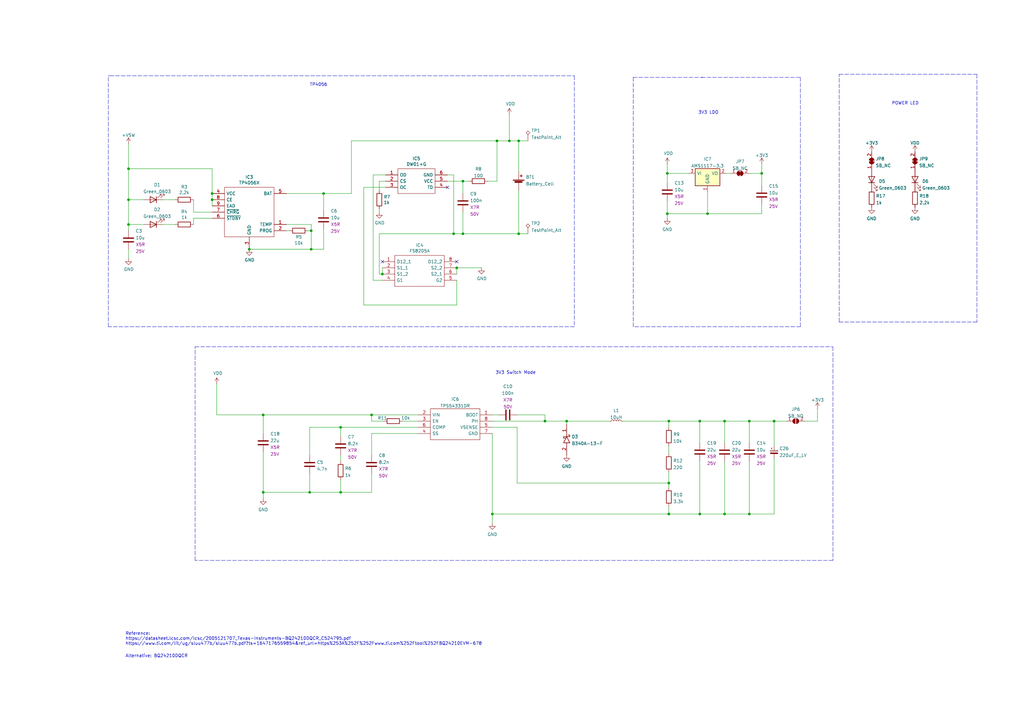
<source format=kicad_sch>
(kicad_sch (version 20211123) (generator eeschema)
  (paper "A3")
  (title_block (title "FLORA") (date "2022-06-01") (rev "B"))
  (lib_symbols
    (symbol "22u_1" (pin_numbers hide) (pin_names (offset 0.254))
      (property "Reference" "C" (at 0.635 2.54 0))
      (property "Value" "22u_1" (at 0.635 -2.54 0))
      (property "Type" "X5R" (at 5.08 2.54 0))
      (property "Voltage" "25V" (at 5.08 0 0))
      (symbol "22u_1_0_1"
        (polyline (pts (xy -2.032 -0.762) (xy 2.032 -0.762)) (stroke (width 0.508)))
        (polyline (pts (xy -2.032 0.762) (xy 2.032 0.762)) (stroke (width 0.508)))
      )
      (symbol "22u_1_1_1"
        (pin passive line (at 0 3.81 270) (length 2.794) (name "~") (number "1"))
        (pin passive line (at 0 -3.81 90) (length 2.794) (name "~") (number "2"))
      )
    )
    (symbol "22u_2" (pin_numbers hide) (pin_names (offset 0.254))
      (property "Reference" "C" (at 0.635 2.54 0))
      (property "Value" "22u_2" (at 0.635 -2.54 0))
      (property "Type" "X5R" (at 5.08 2.54 0))
      (property "Voltage" "25V" (at 5.08 0 0))
      (symbol "22u_2_0_1"
        (polyline (pts (xy -2.032 -0.762) (xy 2.032 -0.762)) (stroke (width 0.508)))
        (polyline (pts (xy -2.032 0.762) (xy 2.032 0.762)) (stroke (width 0.508)))
      )
      (symbol "22u_2_1_1"
        (pin passive line (at 0 3.81 270) (length 2.794) (name "~") (number "1"))
        (pin passive line (at 0 -3.81 90) (length 2.794) (name "~") (number "2"))
      )
    )
    (symbol "Capacitor_JLC:100n" (pin_numbers hide) (pin_names (offset 0.254))
      (property "Reference" "C" (at 3.175 3.175 0))
      (property "Value" "100n" (at 3.175 1.27 0))
      (property "Type" "X7R" (at 5.08 -3.175 0))
      (property "Voltage" "50V" (at 5.08 -1.27 0))
      (symbol "100n_0_1"
        (polyline (pts (xy -2.032 -0.762) (xy 2.032 -0.762)) (stroke (width 0.508)))
        (polyline (pts (xy -2.032 0.762) (xy 2.032 0.762)) (stroke (width 0.508)))
      )
      (symbol "100n_1_1"
        (pin passive line (at 0 3.81 270) (length 2.794) (name "~") (number "1"))
        (pin passive line (at 0 -3.81 90) (length 2.794) (name "~") (number "2"))
      )
    )
    (symbol "Capacitor_JLC:10u" (pin_numbers hide) (pin_names (offset 0.254))
      (property "Reference" "C" (at 0.635 2.54 0))
      (property "Value" "10u" (at 0.635 -2.54 0))
      (property "Type" "X5R" (at 5.08 2.54 0))
      (property "Voltage" "25V" (at 5.08 0 0))
      (symbol "10u_0_1"
        (polyline (pts (xy -2.032 -0.762) (xy 2.032 -0.762)) (stroke (width 0.508)))
        (polyline (pts (xy -2.032 0.762) (xy 2.032 0.762)) (stroke (width 0.508)))
      )
      (symbol "10u_1_1"
        (pin passive line (at 0 3.81 270) (length 2.794) (name "~") (number "1"))
        (pin passive line (at 0 -3.81 90) (length 2.794) (name "~") (number "2"))
      )
    )
    (symbol "Capacitor_JLC:220uF_E_LV" (pin_numbers hide) (pin_names (offset 0.254) hide)
      (property "Reference" "C" (at 0.254 1.778 0))
      (property "Value" "220uF_E_LV" (at 0.254 -2.032 0))
      (symbol "220uF_E_LV_0_1"
        (rectangle (start -1.524 -0.3048) (end 1.524 -0.6858) (fill (type outline)))
        (rectangle (start -1.524 0.6858) (end 1.524 0.3048))
        (polyline (pts (xy -1.27 1.524) (xy -0.762 1.524)))
        (polyline (pts (xy -1.016 1.27) (xy -1.016 1.778)))
      )
      (symbol "220uF_E_LV_1_1"
        (pin passive line (at 0 2.54 270) (length 1.8542) (name "~") (number "1"))
        (pin passive line (at 0 -2.54 90) (length 1.8542) (name "~") (number "2"))
      )
    )
    (symbol "Capacitor_JLC:22u" (pin_numbers hide) (pin_names (offset 0.254))
      (property "Reference" "C" (at 0.635 2.54 0))
      (property "Value" "22u" (at 0.635 -2.54 0))
      (property "Type" "X5R" (at 5.08 2.54 0))
      (property "Voltage" "25V" (at 5.08 0 0))
      (symbol "22u_0_1"
        (polyline (pts (xy -2.032 -0.762) (xy 2.032 -0.762)) (stroke (width 0.508)))
        (polyline (pts (xy -2.032 0.762) (xy 2.032 0.762)) (stroke (width 0.508)))
      )
      (symbol "22u_1_1"
        (pin passive line (at 0 3.81 270) (length 2.794) (name "~") (number "1"))
        (pin passive line (at 0 -3.81 90) (length 2.794) (name "~") (number "2"))
      )
    )
    (symbol "Capacitor_JLC:4.7n" (pin_numbers hide) (pin_names (offset 0.254))
      (property "Reference" "C" (at 0.635 2.54 0))
      (property "Value" "4.7n" (at 0.635 -2.54 0))
      (symbol "4.7n_0_1"
        (polyline (pts (xy -2.032 -0.762) (xy 2.032 -0.762)) (stroke (width 0.508)))
        (polyline (pts (xy -2.032 0.762) (xy 2.032 0.762)) (stroke (width 0.508)))
      )
      (symbol "4.7n_1_1"
        (pin passive line (at 0 3.81 270) (length 2.794) (name "~") (number "1"))
        (pin passive line (at 0 -3.81 90) (length 2.794) (name "~") (number "2"))
      )
    )
    (symbol "Capacitor_JLC:8.2n" (pin_numbers hide) (pin_names (offset 0.254))
      (property "Reference" "C" (at 0.635 2.54 0))
      (property "Value" "8.2n" (at 0.635 -2.54 0))
      (property "Type" "X7R" (at 5.08 2.54 0))
      (property "Voltage" "50V" (at 5.08 0 0))
      (symbol "8.2n_0_1"
        (polyline (pts (xy -2.032 -0.762) (xy 2.032 -0.762)) (stroke (width 0.508)))
        (polyline (pts (xy -2.032 0.762) (xy 2.032 0.762)) (stroke (width 0.508)))
      )
      (symbol "8.2n_1_1"
        (pin passive line (at 0 3.81 270) (length 2.794) (name "~") (number "1"))
        (pin passive line (at 0 -3.81 90) (length 2.794) (name "~") (number "2"))
      )
    )
    (symbol "Device:Battery_Cell" (pin_numbers hide) (pin_names (offset 0) hide)
      (property "Reference" "BT" (at 2.54 2.54 0))
      (property "Value" "Battery_Cell" (at 2.54 0 0))
      (symbol "Battery_Cell_0_1"
        (rectangle (start -2.286 1.778) (end 2.286 1.524) (fill (type outline)))
        (rectangle (start -1.5748 1.1938) (end 1.4732 0.6858) (fill (type outline)))
        (polyline (pts (xy 0 0.762) (xy 0 0)))
        (polyline (pts (xy 0 1.778) (xy 0 2.54)))
        (polyline (pts (xy 0.508 3.429) (xy 1.524 3.429)) (stroke (width 0.254)))
        (polyline (pts (xy 1.016 3.937) (xy 1.016 2.921)) (stroke (width 0.254)))
      )
      (symbol "Battery_Cell_1_1"
        (pin passive line (at 0 5.08 270) (length 2.54) (name "+") (number "1"))
        (pin passive line (at 0 -2.54 90) (length 2.54) (name "-") (number "2"))
      )
    )
    (symbol "Diode_JLC:B340A-13-F" (pin_names (offset 0.762))
      (property "Reference" "D" (at 11.43 5.08 0))
      (property "Value" "B340A-13-F" (at 11.43 2.54 0))
      (symbol "B340A-13-F_0_0"
        (pin passive line (at 0 0 0) (length 5.08) (name "~") (number "1"))
        (pin passive line (at 12.7 0 180) (length 5.08) (name "~") (number "2"))
      )
      (symbol "B340A-13-F_0_1"
        (polyline (pts (xy 7.62 1.27) (xy 7.62 -1.27) (xy 5.08 0) (xy 7.62 1.27)) (stroke (width 0.254)))
        (polyline (pts (xy 4.445 0.635) (xy 4.445 1.27) (xy 5.08 1.27) (xy 5.08 -1.27) (xy 5.715 -1.27) (xy 5.715 -0.635)) (stroke (width 0.254)))
      )
    )
    (symbol "Diode_JLC:Green_0603" (pin_numbers hide) (pin_names (offset 1.016) hide)
      (property "Reference" "D" (at 0 5.08 0))
      (property "Value" "Green_0603" (at 0 3.175 0))
      (symbol "Green_0603_0_1"
        (polyline (pts (xy -1.27 -1.27) (xy -1.27 1.27)) (stroke (width 0.254)))
        (polyline (pts (xy -1.27 0) (xy 1.27 0)))
        (polyline (pts (xy 1.27 -1.27) (xy 1.27 1.27) (xy -1.27 0) (xy 1.27 -1.27)) (stroke (width 0.254)))
        (polyline (pts (xy -3.048 -0.762) (xy -4.572 -2.286) (xy -3.81 -2.286) (xy -4.572 -2.286) (xy -4.572 -1.524)))
        (polyline (pts (xy -1.778 -0.762) (xy -3.302 -2.286) (xy -2.54 -2.286) (xy -3.302 -2.286) (xy -3.302 -1.524)))
      )
      (symbol "Green_0603_1_1"
        (pin passive line (at -3.81 0 0) (length 2.54) (name "K") (number "1"))
        (pin passive line (at 3.81 0 180) (length 2.54) (name "A") (number "2"))
      )
    )
    (symbol "Inductor_JLC:10uH" (pin_numbers hide) (pin_names (offset 0.254) hide)
      (property "Reference" "L" (at 0.762 1.016 0))
      (property "Value" "10uH" (at 0.762 -1.016 0))
      (symbol "10uH_0_1"
        (arc (start 0 -2.032) (mid 0.508 -1.524) (end 0 -1.016))
        (arc (start 0 -1.016) (mid 0.508 -0.508) (end 0 0))
        (arc (start 0 0) (mid 0.508 0.508) (end 0 1.016))
        (arc (start 0 1.016) (mid 0.508 1.524) (end 0 2.032))
      )
      (symbol "10uH_1_1"
        (pin passive line (at 0 2.54 270) (length 0.508) (name "~") (number "1"))
        (pin passive line (at 0 -2.54 90) (length 0.508) (name "~") (number "2"))
      )
    )
    (symbol "Power-Drivers_JLC:AMS1117-3.3" (pin_names (offset 0.762))
      (property "Reference" "IC" (at 46.99 7.62 0))
      (property "Value" "AMS1117-3.3" (at 41.91 2.54 0))
      (symbol "AMS1117-3.3_0_1"
        (rectangle (start 4.445 -0.635) (end 14.605 6.35) (stroke (width 0.254)) (fill (type background)))
      )
      (symbol "AMS1117-3.3_1_1"
        (pin power_in line (at 9.525 -3.175 90) (length 2.54) (name "GND") (number "1"))
        (pin power_out line (at 17.145 4.445 180) (length 2.54) (name "VO") (number "2"))
        (pin power_in line (at 1.905 4.445 0) (length 2.54) (name "VI") (number "3"))
      )
    )
    (symbol "Power-Drivers_JLC:DW01+G" (pin_names (offset 0.762))
      (property "Reference" "IC" (at 21.59 7.62 0))
      (property "Value" "DW01+G" (at 21.59 5.08 0))
      (symbol "DW01+G_0_0"
        (pin unspecified line (at 0 0 0) (length 5.08) (name "OD") (number "1"))
        (pin unspecified line (at 0 -2.54 0) (length 5.08) (name "CS") (number "2"))
        (pin unspecified line (at 0 -5.08 0) (length 5.08) (name "OC") (number "3"))
        (pin unspecified line (at 25.4 -5.08 180) (length 5.08) (name "TD") (number "4"))
        (pin unspecified line (at 25.4 -2.54 180) (length 5.08) (name "VCC") (number "5"))
        (pin unspecified line (at 25.4 0 180) (length 5.08) (name "GND") (number "6"))
      )
      (symbol "DW01+G_0_1"
        (polyline (pts (xy 5.08 2.54) (xy 20.32 2.54) (xy 20.32 -7.62) (xy 5.08 -7.62) (xy 5.08 2.54)) (stroke (width 0.1524)))
      )
    )
    (symbol "Power-Drivers_JLC:TP4056X" (pin_names (offset 0.762))
      (property "Reference" "IC" (at 26.67 7.62 0))
      (property "Value" "TP4056X" (at 26.67 5.08 0))
      (symbol "TP4056X_0_0"
        (pin unspecified line (at 30.48 -12.7 180) (length 5.08) (name "TEMP") (number "1"))
        (pin unspecified line (at 30.48 -15.24 180) (length 5.08) (name "PROG") (number "2"))
        (pin unspecified line (at 15.24 -22.86 90) (length 5.08) (name "GND") (number "3"))
        (pin unspecified line (at 0 0 0) (length 5.08) (name "VCC") (number "4"))
        (pin unspecified line (at 30.48 0 180) (length 5.08) (name "BAT") (number "5"))
        (pin unspecified line (at 0 -10.16 0) (length 5.08) (name "~{STDBY}") (number "6"))
        (pin unspecified line (at 0 -7.62 0) (length 5.08) (name "~{CHRG}") (number "7"))
        (pin unspecified line (at 0 -2.54 0) (length 5.08) (name "CE") (number "8"))
        (pin unspecified line (at 0 -5.08 0) (length 5.08) (name "EAD") (number "9"))
      )
      (symbol "TP4056X_0_1"
        (polyline (pts (xy 5.08 2.54) (xy 25.4 2.54) (xy 25.4 -17.78) (xy 5.08 -17.78) (xy 5.08 2.54)) (stroke (width 0.1524)))
      )
    )
    (symbol "Power-Drivers_JLC:TPS54331DR" (pin_names (offset 0.762))
      (property "Reference" "IC" (at 26.67 7.62 0))
      (property "Value" "TPS54331DR" (at 26.67 5.08 0))
      (symbol "TPS54331DR_0_0"
        (pin passive line (at 30.48 0 180) (length 5.08) (name "BOOT") (number "1"))
        (pin passive line (at 0 0 0) (length 5.08) (name "VIN") (number "2"))
        (pin passive line (at 0 -2.54 0) (length 5.08) (name "EN") (number "3"))
        (pin passive line (at 0 -7.62 0) (length 5.08) (name "SS") (number "4"))
        (pin passive line (at 30.48 -5.08 180) (length 5.08) (name "VSENSE") (number "5"))
        (pin passive line (at 0 -5.08 0) (length 5.08) (name "COMP") (number "6"))
        (pin passive line (at 30.48 -7.62 180) (length 5.08) (name "GND") (number "7"))
        (pin passive line (at 30.48 -2.54 180) (length 5.08) (name "PH") (number "8"))
      )
      (symbol "TPS54331DR_0_1"
        (polyline (pts (xy 5.08 2.54) (xy 25.4 2.54) (xy 25.4 -10.16) (xy 5.08 -10.16) (xy 5.08 2.54)) (stroke (width 0.1524)))
      )
    )
    (symbol "Resistor_JLC:100" (pin_numbers hide) (pin_names (offset 0))
      (property "Reference" "R" (at 2.032 0 90))
      (property "Value" "100" (at 0 0 90))
      (symbol "100_0_1"
        (rectangle (start -1.016 -2.54) (end 1.016 2.54) (stroke (width 0.254)))
      )
      (symbol "100_1_1"
        (pin passive line (at 0 3.81 270) (length 1.27) (name "~") (number "1"))
        (pin passive line (at 0 -3.81 90) (length 1.27) (name "~") (number "2"))
      )
    )
    (symbol "Resistor_JLC:10k" (pin_numbers hide) (pin_names (offset 0))
      (property "Reference" "R" (at 2.032 0 90))
      (property "Value" "10k" (at 0 0 90))
      (symbol "10k_0_1"
        (rectangle (start -1.016 -2.54) (end 1.016 2.54) (stroke (width 0.254)))
      )
      (symbol "10k_1_1"
        (pin passive line (at 0 3.81 270) (length 1.27) (name "~") (number "1"))
        (pin passive line (at 0 -3.81 90) (length 1.27) (name "~") (number "2"))
      )
    )
    (symbol "Resistor_JLC:1k" (pin_numbers hide) (pin_names (offset 0))
      (property "Reference" "R" (at 2.032 0 90))
      (property "Value" "1k" (at 0 0 90))
      (symbol "1k_0_1"
        (rectangle (start -1.016 -2.54) (end 1.016 2.54) (stroke (width 0.254)))
      )
      (symbol "1k_1_1"
        (pin passive line (at 0 3.81 270) (length 1.27) (name "~") (number "1"))
        (pin passive line (at 0 -3.81 90) (length 1.27) (name "~") (number "2"))
      )
    )
    (symbol "Resistor_JLC:2.2k" (pin_numbers hide) (pin_names (offset 0))
      (property "Reference" "R" (at 2.032 0 90))
      (property "Value" "2.2k" (at 0 0 90))
      (symbol "2.2k_0_1"
        (rectangle (start -1.016 -2.54) (end 1.016 2.54) (stroke (width 0.254)))
      )
      (symbol "2.2k_1_1"
        (pin passive line (at 0 3.81 270) (length 1.27) (name "~") (number "1"))
        (pin passive line (at 0 -3.81 90) (length 1.27) (name "~") (number "2"))
      )
    )
    (symbol "Resistor_JLC:220" (pin_numbers hide) (pin_names (offset 0))
      (property "Reference" "R" (at 2.032 0 90))
      (property "Value" "220" (at 0 0 90))
      (symbol "220_0_1"
        (rectangle (start -1.016 -2.54) (end 1.016 2.54) (stroke (width 0.254)))
      )
      (symbol "220_1_1"
        (pin passive line (at 0 3.81 270) (length 1.27) (name "~") (number "1"))
        (pin passive line (at 0 -3.81 90) (length 1.27) (name "~") (number "2"))
      )
    )
    (symbol "Resistor_JLC:3.3k" (pin_numbers hide) (pin_names (offset 0))
      (property "Reference" "R" (at 2.032 0 90))
      (property "Value" "3.3k" (at 0 0 90))
      (symbol "3.3k_0_1"
        (rectangle (start -1.016 -2.54) (end 1.016 2.54) (stroke (width 0.254)))
      )
      (symbol "3.3k_1_1"
        (pin passive line (at 0 3.81 270) (length 1.27) (name "~") (number "1"))
        (pin passive line (at 0 -3.81 90) (length 1.27) (name "~") (number "2"))
      )
    )
    (symbol "Transistor_JLC:FS8205A" (pin_names (offset 0.762))
      (property "Reference" "IC" (at 26.67 7.62 0))
      (property "Value" "FS8205A" (at 26.67 5.08 0))
      (property "LCSC" "C16052" (at 0 0 0))
      (symbol "FS8205A_0_0"
        (pin unspecified line (at 0 0 0) (length 5.08) (name "D12_1") (number "1"))
        (pin unspecified line (at 0 -2.54 0) (length 5.08) (name "S1_1") (number "2"))
        (pin unspecified line (at 0 -5.08 0) (length 5.08) (name "S1_2") (number "3"))
        (pin unspecified line (at 0 -7.62 0) (length 5.08) (name "G1") (number "4"))
        (pin unspecified line (at 30.48 -7.62 180) (length 5.08) (name "G2") (number "5"))
        (pin unspecified line (at 30.48 -5.08 180) (length 5.08) (name "S2_1") (number "6"))
        (pin unspecified line (at 30.48 -2.54 180) (length 5.08) (name "S2_2") (number "7"))
        (pin unspecified line (at 30.48 0 180) (length 5.08) (name "D12_2") (number "8"))
      )
      (symbol "FS8205A_0_1"
        (polyline (pts (xy 5.08 2.54) (xy 25.4 2.54) (xy 25.4 -10.16) (xy 5.08 -10.16) (xy 5.08 2.54)) (stroke (width 0.1524)))
      )
    )
    (symbol "personal:SB_NC" (pin_names (offset 0) hide)
      (property "Reference" "JP" (at 0 2.032 0))
      (property "Value" "SB_NC" (at 0 -2.54 0))
      (symbol "SB_NC_0_1"
        (rectangle (start -0.508 0.508) (end 0.508 -0.508) (fill (type outline)))
        (arc (start -0.254 1.016) (mid -1.27 0) (end -0.254 -1.016))
        (arc (start -0.254 1.016) (mid -1.27 0) (end -0.254 -1.016) (fill (type outline)))
        (polyline (pts (xy -0.254 1.016) (xy -0.254 -1.016)))
        (polyline (pts (xy 0.254 1.016) (xy 0.254 -1.016)))
        (arc (start 0.254 -1.016) (mid 1.27 0) (end 0.254 1.016))
        (arc (start 0.254 -1.016) (mid 1.27 0) (end 0.254 1.016) (fill (type outline)))
      )
      (symbol "SB_NC_1_1"
        (pin passive line (at -3.81 0 0) (length 2.54) (name "A") (number "1"))
        (pin passive line (at 3.81 0 180) (length 2.54) (name "B") (number "2"))
      )
    )
    (symbol "personal:SB_NO" (pin_names (offset 0) hide)
      (property "Reference" "JP" (at 0 2.032 0))
      (property "Value" "SB_NO" (at 0 -2.54 0))
      (symbol "SB_NO_0_1"
        (arc (start -0.254 1.016) (mid -1.27 0) (end -0.254 -1.016))
        (arc (start -0.254 1.016) (mid -1.27 0) (end -0.254 -1.016) (fill (type outline)))
        (polyline (pts (xy -0.254 1.016) (xy -0.254 -1.016)))
        (polyline (pts (xy 0.254 1.016) (xy 0.254 -1.016)))
        (arc (start 0.254 -1.016) (mid 1.27 0) (end 0.254 1.016))
        (arc (start 0.254 -1.016) (mid 1.27 0) (end 0.254 1.016) (fill (type outline)))
      )
      (symbol "SB_NO_1_1"
        (pin passive line (at -3.81 0 0) (length 2.54) (name "A") (number "1"))
        (pin passive line (at 3.81 0 180) (length 2.54) (name "B") (number "2"))
      )
    )
    (symbol "personal:TestPoint_Alt" (pin_numbers hide) (pin_names (offset 0.762) hide)
      (property "Reference" "TP" (at 0 6.858 0))
      (property "Value" "TestPoint_Alt" (at 0 5.08 0))
      (symbol "TestPoint_Alt_0_1"
        (polyline (pts (xy 0 2.54) (xy -0.762 3.302) (xy 0 4.064) (xy 0.762 3.302) (xy 0 2.54)))
      )
      (symbol "TestPoint_Alt_1_1"
        (pin passive line (at 0 0 90) (length 2.54) (name "1") (number "1"))
      )
    )
    (symbol "power:+3V3" (power) (pin_names (offset 0))
      (property "Value" "+3V3" (at 0 3.556 0))
      (symbol "+3V3_0_1"
        (polyline (pts (xy -0.762 1.27) (xy 0 2.54)))
        (polyline (pts (xy 0 0) (xy 0 2.54)))
        (polyline (pts (xy 0 2.54) (xy 0.762 1.27)))
      )
      (symbol "+3V3_1_1"
        (pin power_in line (at 0 0 90) (length 0) hide (name "+3V3") (number "1"))
      )
    )
    (symbol "power:+VSW" (power) (pin_names (offset 0))
      (property "Value" "+VSW" (at 0 3.556 0))
      (symbol "+VSW_0_1"
        (polyline (pts (xy -0.762 1.27) (xy 0 2.54)))
        (polyline (pts (xy 0 0) (xy 0 2.54)))
        (polyline (pts (xy 0 2.54) (xy 0.762 1.27)))
      )
      (symbol "+VSW_1_1"
        (pin power_in line (at 0 0 90) (length 0) hide (name "+VSW") (number "1"))
      )
    )
    (symbol "power:GND" (power) (pin_names (offset 0))
      (property "Value" "GND" (at 0 -3.81 0))
      (symbol "GND_0_1"
        (polyline (pts (xy 0 0) (xy 0 -1.27) (xy 1.27 -1.27) (xy 0 -2.54) (xy -1.27 -1.27) (xy 0 -1.27)))
      )
      (symbol "GND_1_1"
        (pin power_in line (at 0 0 270) (length 0) hide (name "GND") (number "1"))
      )
    )
    (symbol "power:VDD" (power) (pin_names (offset 0))
      (property "Value" "VDD" (at 0 3.81 0))
      (symbol "VDD_0_1"
        (polyline (pts (xy -0.762 1.27) (xy 0 2.54)))
        (polyline (pts (xy 0 0) (xy 0 2.54)))
        (polyline (pts (xy 0 2.54) (xy 0.762 1.27)))
      )
      (symbol "VDD_1_1"
        (pin power_in line (at 0 0 90) (length 0) hide (name "VDD") (number "1"))
      )
    )
  )
  (junction (at 189.865 95.885))
  (junction (at 107.95 201.93))
  (junction (at 290.195 87.63))
  (junction (at 186.055 95.885))
  (junction (at 307.34 210.82))
  (junction (at 86.995 79.375))
  (junction (at 312.42 71.12))
  (junction (at 307.34 172.72))
  (junction (at 127 201.93))
  (junction (at 139.7 201.93))
  (junction (at 127.635 102.235))
  (junction (at 212.725 57.785))
  (junction (at 274.32 172.72))
  (junction (at 287.02 210.82))
  (junction (at 156.845 112.395))
  (junction (at 152.4 170.18))
  (junction (at 189.865 74.295))
  (junction (at 273.685 87.63))
  (junction (at 274.32 210.82))
  (junction (at 52.705 81.915))
  (junction (at 132.715 79.375))
  (junction (at 223.52 172.72))
  (junction (at 187.325 109.855))
  (junction (at 317.5 172.72))
  (junction (at 274.32 198.12))
  (junction (at 127.635 94.615))
  (junction (at 212.725 95.885))
  (junction (at 232.41 172.72))
  (junction (at 297.18 210.82))
  (junction (at 208.915 57.785))
  (junction (at 102.235 102.235))
  (junction (at 107.95 170.18))
  (junction (at 201.93 210.82))
  (junction (at 297.18 172.72))
  (junction (at 86.995 81.915))
  (junction (at 287.02 172.72))
  (junction (at 203.835 57.785))
  (junction (at 273.685 71.12))
  (junction (at 52.705 92.075))
  (junction (at 139.7 175.26))
  (junction (at 52.705 69.215))
  (no_connect (at 183.515 76.835))
  (no_connect (at 187.325 107.315))
  (no_connect (at 156.845 107.315))
  (wire (pts (xy 132.715 79.375) (xy 117.475 79.375)))
  (wire (pts (xy 127 175.26) (xy 127 186.69)))
  (wire (pts (xy 127 201.93) (xy 139.7 201.93)))
  (wire (pts (xy 201.93 210.82) (xy 274.32 210.82)))
  (wire (pts (xy 127.635 102.235) (xy 102.235 102.235)))
  (wire (pts (xy 107.95 201.93) (xy 107.95 204.47)))
  (polyline (pts (xy 80.01 142.24) (xy 185.42 142.24)))
  (wire (pts (xy 287.02 181.61) (xy 287.02 172.72)))
  (wire (pts (xy 187.325 125.095) (xy 149.225 125.095)))
  (wire (pts (xy 152.4 194.31) (xy 152.4 201.93)))
  (wire (pts (xy 187.325 109.855) (xy 187.325 112.395)))
  (wire (pts (xy 307.34 71.12) (xy 312.42 71.12)))
  (wire (pts (xy 208.915 57.785) (xy 212.725 57.785)))
  (wire (pts (xy 117.475 94.615) (xy 118.745 94.615)))
  (wire (pts (xy 212.09 198.12) (xy 274.32 198.12)))
  (wire (pts (xy 273.685 71.12) (xy 273.685 74.93)))
  (wire (pts (xy 223.52 170.18) (xy 223.52 172.72)))
  (wire (pts (xy 201.93 170.18) (xy 204.47 170.18)))
  (wire (pts (xy 139.7 175.26) (xy 127 175.26)))
  (wire (pts (xy 152.4 201.93) (xy 139.7 201.93)))
  (wire (pts (xy 201.93 210.82) (xy 201.93 214.63)))
  (polyline (pts (xy 400.685 132.08) (xy 344.17 132.08)))
  (wire (pts (xy 155.575 112.395) (xy 155.575 95.885)))
  (wire (pts (xy 156.845 112.395) (xy 155.575 112.395)))
  (wire (pts (xy 297.18 172.72) (xy 297.18 181.61)))
  (wire (pts (xy 274.32 193.675) (xy 274.32 198.12)))
  (wire (pts (xy 183.515 71.755) (xy 186.055 71.755)))
  (wire (pts (xy 312.42 71.12) (xy 312.42 76.2)))
  (wire (pts (xy 273.685 87.63) (xy 273.685 89.535)))
  (polyline (pts (xy 344.17 30.48) (xy 362.585 30.48)))
  (wire (pts (xy 107.95 201.93) (xy 127 201.93)))
  (wire (pts (xy 297.18 172.72) (xy 307.34 172.72)))
  (wire (pts (xy 335.28 167.64) (xy 335.28 172.72)))
  (wire (pts (xy 52.705 92.075) (xy 52.705 94.615)))
  (wire (pts (xy 273.685 87.63) (xy 290.195 87.63)))
  (wire (pts (xy 201.93 177.8) (xy 201.93 210.82)))
  (wire (pts (xy 153.035 71.755) (xy 158.115 71.755)))
  (wire (pts (xy 307.34 172.72) (xy 317.5 172.72)))
  (wire (pts (xy 107.95 170.18) (xy 107.95 177.8)))
  (polyline (pts (xy 80.01 229.87) (xy 80.01 142.24)))
  (wire (pts (xy 287.02 210.82) (xy 297.18 210.82)))
  (wire (pts (xy 52.705 59.055) (xy 52.705 69.215)))
  (wire (pts (xy 149.225 125.095) (xy 149.225 76.835)))
  (wire (pts (xy 107.95 185.42) (xy 107.95 201.93)))
  (wire (pts (xy 200.025 74.295) (xy 203.835 74.295)))
  (wire (pts (xy 127.635 94.615) (xy 126.365 94.615)))
  (wire (pts (xy 317.5 187.96) (xy 317.5 210.82)))
  (wire (pts (xy 317.5 172.72) (xy 317.5 182.88)))
  (wire (pts (xy 273.685 82.55) (xy 273.685 87.63)))
  (wire (pts (xy 117.475 92.075) (xy 127.635 92.075)))
  (wire (pts (xy 317.5 172.72) (xy 322.58 172.72)))
  (wire (pts (xy 52.705 69.215) (xy 86.995 69.215)))
  (polyline (pts (xy 287.655 31.75) (xy 328.295 31.75)))
  (polyline (pts (xy 259.715 31.75) (xy 288.29 31.75)))
  (wire (pts (xy 52.705 69.215) (xy 52.705 81.915)))
  (wire (pts (xy 203.835 57.785) (xy 203.835 74.295)))
  (wire (pts (xy 156.845 109.855) (xy 156.845 112.395)))
  (wire (pts (xy 201.93 175.26) (xy 212.09 175.26)))
  (wire (pts (xy 212.725 57.785) (xy 216.535 57.785)))
  (polyline (pts (xy 362.585 30.48) (xy 400.685 30.48)))
  (wire (pts (xy 86.995 84.455) (xy 86.995 81.915)))
  (polyline (pts (xy 341.63 142.24) (xy 341.63 229.87)))
  (wire (pts (xy 307.34 181.61) (xy 307.34 172.72)))
  (wire (pts (xy 297.18 210.82) (xy 307.34 210.82)))
  (wire (pts (xy 171.45 177.8) (xy 152.4 177.8)))
  (wire (pts (xy 144.145 79.375) (xy 144.145 57.785)))
  (wire (pts (xy 186.055 71.755) (xy 186.055 95.885)))
  (wire (pts (xy 187.325 109.855) (xy 197.485 109.855)))
  (wire (pts (xy 88.9 170.18) (xy 107.95 170.18)))
  (wire (pts (xy 212.725 57.785) (xy 212.725 70.485)))
  (wire (pts (xy 186.055 95.885) (xy 189.865 95.885)))
  (wire (pts (xy 107.95 170.18) (xy 152.4 170.18)))
  (wire (pts (xy 189.865 95.885) (xy 212.725 95.885)))
  (wire (pts (xy 282.575 71.12) (xy 273.685 71.12)))
  (wire (pts (xy 274.32 172.72) (xy 287.02 172.72)))
  (wire (pts (xy 155.575 95.885) (xy 186.055 95.885)))
  (wire (pts (xy 139.7 196.85) (xy 139.7 201.93)))
  (polyline (pts (xy 44.45 133.985) (xy 44.45 31.115)))
  (polyline (pts (xy 45.085 31.115) (xy 235.585 31.115)))
  (wire (pts (xy 132.715 93.98) (xy 132.715 102.235)))
  (wire (pts (xy 212.725 95.885) (xy 216.535 95.885)))
  (wire (pts (xy 79.375 86.995) (xy 86.995 86.995)))
  (wire (pts (xy 127.635 94.615) (xy 127.635 102.235)))
  (wire (pts (xy 52.705 81.915) (xy 59.055 81.915)))
  (polyline (pts (xy 328.295 133.985) (xy 259.715 133.985)))
  (wire (pts (xy 127.635 102.235) (xy 132.715 102.235)))
  (wire (pts (xy 232.41 172.72) (xy 232.41 173.99)))
  (wire (pts (xy 189.865 74.295) (xy 192.405 74.295)))
  (wire (pts (xy 232.41 172.72) (xy 250.19 172.72)))
  (wire (pts (xy 212.725 78.105) (xy 212.725 95.885)))
  (wire (pts (xy 255.27 172.72) (xy 274.32 172.72)))
  (wire (pts (xy 312.42 67.31) (xy 312.42 71.12)))
  (wire (pts (xy 127 194.31) (xy 127 201.93)))
  (wire (pts (xy 52.705 81.915) (xy 52.705 92.075)))
  (wire (pts (xy 79.375 81.915) (xy 79.375 86.995)))
  (wire (pts (xy 223.52 172.72) (xy 232.41 172.72)))
  (wire (pts (xy 201.93 172.72) (xy 223.52 172.72)))
  (polyline (pts (xy 341.63 229.87) (xy 80.01 229.87)))
  (wire (pts (xy 312.42 87.63) (xy 312.42 83.82)))
  (wire (pts (xy 171.45 175.26) (xy 139.7 175.26)))
  (wire (pts (xy 52.705 102.235) (xy 52.705 106.045)))
  (wire (pts (xy 79.375 89.535) (xy 79.375 92.075)))
  (wire (pts (xy 66.675 92.075) (xy 71.755 92.075)))
  (wire (pts (xy 156.845 114.935) (xy 153.035 114.935)))
  (wire (pts (xy 290.195 78.74) (xy 290.195 87.63)))
  (wire (pts (xy 171.45 170.18) (xy 152.4 170.18)))
  (wire (pts (xy 287.02 189.23) (xy 287.02 210.82)))
  (polyline (pts (xy 328.295 31.75) (xy 328.295 133.985)))
  (wire (pts (xy 152.4 170.18) (xy 152.4 172.72)))
  (wire (pts (xy 139.7 175.26) (xy 139.7 179.07)))
  (polyline (pts (xy 259.715 133.985) (xy 259.715 31.75)))
  (wire (pts (xy 297.815 71.12) (xy 299.72 71.12)))
  (wire (pts (xy 144.145 57.785) (xy 203.835 57.785)))
  (wire (pts (xy 139.7 186.69) (xy 139.7 189.23)))
  (wire (pts (xy 297.18 189.23) (xy 297.18 210.82)))
  (wire (pts (xy 183.515 74.295) (xy 189.865 74.295)))
  (wire (pts (xy 132.715 79.375) (xy 132.715 86.36)))
  (wire (pts (xy 274.32 182.88) (xy 274.32 186.055)))
  (wire (pts (xy 208.915 46.99) (xy 208.915 57.785)))
  (wire (pts (xy 307.34 189.23) (xy 307.34 210.82)))
  (wire (pts (xy 187.325 114.935) (xy 187.325 125.095)))
  (wire (pts (xy 86.995 81.915) (xy 86.995 79.375)))
  (wire (pts (xy 158.115 74.295) (xy 155.575 74.295)))
  (wire (pts (xy 165.1 172.72) (xy 171.45 172.72)))
  (wire (pts (xy 273.685 67.31) (xy 273.685 71.12)))
  (wire (pts (xy 212.09 175.26) (xy 212.09 198.12)))
  (polyline (pts (xy 185.42 142.24) (xy 341.63 142.24)))
  (wire (pts (xy 152.4 172.72) (xy 157.48 172.72)))
  (wire (pts (xy 274.32 210.82) (xy 287.02 210.82)))
  (wire (pts (xy 212.09 170.18) (xy 223.52 170.18)))
  (polyline (pts (xy 235.585 133.985) (xy 44.45 133.985)))
  (polyline (pts (xy 344.17 132.08) (xy 344.17 30.48)))
  (polyline (pts (xy 235.585 31.115) (xy 235.585 133.985)))
  (wire (pts (xy 203.835 57.785) (xy 208.915 57.785)))
  (wire (pts (xy 287.02 172.72) (xy 297.18 172.72)))
  (wire (pts (xy 274.32 198.12) (xy 274.32 200.025)))
  (wire (pts (xy 149.225 76.835) (xy 158.115 76.835)))
  (polyline (pts (xy 400.685 30.48) (xy 400.685 132.08)))
  (wire (pts (xy 86.995 69.215) (xy 86.995 79.375)))
  (wire (pts (xy 317.5 210.82) (xy 307.34 210.82)))
  (wire (pts (xy 127.635 92.075) (xy 127.635 94.615)))
  (wire (pts (xy 274.32 207.645) (xy 274.32 210.82)))
  (wire (pts (xy 189.865 74.295) (xy 189.865 79.375)))
  (polyline (pts (xy 44.45 31.115) (xy 45.085 31.115)))
  (wire (pts (xy 71.755 81.915) (xy 66.675 81.915)))
  (wire (pts (xy 52.705 92.075) (xy 59.055 92.075)))
  (wire (pts (xy 189.865 86.995) (xy 189.865 95.885)))
  (wire (pts (xy 155.575 74.295) (xy 155.575 78.105)))
  (wire (pts (xy 153.035 114.935) (xy 153.035 71.755)))
  (wire (pts (xy 155.575 85.725) (xy 155.575 86.995)))
  (wire (pts (xy 152.4 177.8) (xy 152.4 186.69)))
  (wire (pts (xy 132.715 79.375) (xy 144.145 79.375)))
  (wire (pts (xy 274.32 172.72) (xy 274.32 175.26)))
  (wire (pts (xy 290.195 87.63) (xy 312.42 87.63)))
  (wire (pts (xy 88.9 157.48) (xy 88.9 170.18)))
  (wire (pts (xy 335.28 172.72) (xy 330.2 172.72)))
  (wire (pts (xy 86.995 89.535) (xy 79.375 89.535)))
  (text "3V3 Switch Mode" (at 203.2 153.67 0) (effects (font (size 1.27 1.27)) (justify left bottom)))
  (text "Reference:\nhttps://datasheet.lcsc.com/lcsc/2005121707_Texas-Instruments-BQ24210DQCR_C524795.pdf\nhttps://www.ti.com/lit/ug/sluu477b/sluu477b.pdf?ts=1647176559854&ref_url=https%253A%252F%252Fwww.ti.com%252Ftool%252FBQ24210EVM-678" (at 51.435 264.795 0) (effects (font (size 1.27 1.27)) (justify left bottom)))
  (text "POWER LED" (at 365.76 43.18 0) (effects (font (size 1.27 1.27)) (justify left bottom)))
  (text "TP4056" (at 127 35.56 0) (effects (font (size 1.27 1.27)) (justify left bottom)))
  (text "Alternative: BQ24210DQCR" (at 51.435 269.875 0) (effects (font (size 1.27 1.27)) (justify left bottom)))
  (text "3V3 LDO" (at 286.385 46.99 0) (effects (font (size 1.27 1.27)) (justify left bottom)))
  (symbol (lib_id "Resistor_JLC:10k") (at 274.32 179.07 0) (unit 1)
    (property "Reference" "R9" (at 276.098 178.1615 0) (effects (justify left)))
    (property "Value" "10k" (at 276.098 180.9366 0) (effects (justify left)))
    (property "Footprint" "Resistor_SMD:R_0402_1005Metric" (effects hide))
    (property "LCSC" "C25744" (effects hide))
  )
  (symbol (lib_id "Power-Drivers_JLC:TP4056X") (at 86.995 79.375 0) (unit 1)
    (property "Reference" "IC3" (at 102.235 72.644 0))
    (property "Value" "TP4056X" (at 102.235 74.9554 0))
    (property "Footprint" "SOIC127P600X175-9N" (effects hide))
    (property "Datasheet" "https://datasheet.lcsc.com/szlcsc/Nanjing-Extension-Microelectronics-TP4056X_C191323.pdf" (effects hide))
    (property "Description" "PMIC - Battery Management SOP-8_EP_150mil RoHS" (effects hide))
    (property "Height" "1.75" (effects hide))
    (property "Manufacturer_Name" "Nanjing Extension Microelectronics" (effects hide))
    (property "Manufacturer_Part_Number" "TP4056X" (effects hide))
    (property "LCSC" "C16581" (effects hide))
  )
  (symbol (lib_id "Resistor_JLC:1k") (at 139.7 193.04 0) (unit 1)
    (property "Reference" "R6" (at 141.478 192.1315 0) (effects (justify left)))
    (property "Value" "1k" (at 141.478 194.9066 0) (effects (justify left)))
    (property "Footprint" "Resistor_SMD:R_0402_1005Metric" (effects hide))
    (property "LCSC" "C11702" (effects hide))
  )
  (symbol (lib_id "Diode_JLC:B340A-13-F") (at 232.41 173.99 270) (unit 1)
    (property "Reference" "D3" (at 234.442 179.114 90) (effects (justify left)))
    (property "Value" "B340A-13-F" (at 234.442 181.8891 90) (effects (justify left)))
    (property "Footprint" "DIOM5226X240N" (effects hide))
    (property "Datasheet" "https://datasheet.datasheetarchive.com/originals/distributors/Datasheets-305/73551.pdf" (effects hide))
    (property "Description" "Schottky Diode 3A 40V 0.5Vf SMA Diodes Inc B340A-13-F, SMT Schottky Diode, 40V 3A, 2-Pin DO-214AC" (effects hide))
    (property "Height" "2.4" (effects hide))
    (property "Manufacturer_Name" "Diodes Inc." (effects hide))
    (property "Manufacturer_Part_Number" "B340A-13-F" (effects hide))
    (property "Mouser Part Number" "621-B340A-F" (effects hide))
    (property "Mouser Price/Stock" "https://www.mouser.co.uk/ProductDetail/Diodes-Incorporated/B340A-13-F?qs=aLaTXeBcTP9fj%2FYKVo6Q1A%3D%3D" (effects hide))
    (property "Arrow Part Number" "B340A-13-F" (effects hide))
    (property "Arrow Price/Stock" "https://www.arrow.com/en/products/b340a-13-f/diodes-incorporated?region=nac" (effects hide))
    (property "LCSC" "C64982" (effects hide))
  )
  (symbol (lib_id "Power-Drivers_JLC:AMS1117-3.3") (at 280.67 75.565 0) (unit 1)
    (property "Reference" "IC7" (at 290.195 65.2485 0))
    (property "Value" "AMS1117-3.3" (at 290.195 68.0236 0))
    (property "Footprint" "Package_TO_SOT_SMD:SOT-223-3_TabPin2" (effects hide))
    (property "Datasheet" "http://www.advanced-monolithic.com/pdf/ds1117.pdf" (effects hide))
    (property "Description" "1A LOW DROPOUT VOLTAGE REGULATOR, SOT-223" (effects hide))
    (property "Height" "1.8" (effects hide))
    (property "Manufacturer_Name" "Advanced Monolithic Systems" (effects hide))
    (property "Manufacturer_Part_Number" "AMS1117-3.3" (effects hide))
    (property "LCSC" "C6186" (effects hide))
  )
  (symbol (lib_id "Capacitor_JLC:4.7n") (at 127 190.5 0) (unit 1)
    (property "Reference" "C5" (at 129.921 189.5915 0) (effects (justify left)))
    (property "Value" "4.7n" (at 129.921 192.3666 0) (effects (justify left)))
    (property "Footprint" "Capacitor_SMD:C_0402_1005Metric" (effects hide))
    (property "Type" "C0G" (effects hide))
    (property "LCSC" "C1538" (effects hide))
    (property "Rating" "50V" (effects hide))
  )
  (symbol (lib_id "Diode_JLC:Green_0603") (at 62.865 81.915 180) (unit 1)
    (property "Reference" "D1" (at 64.4525 75.7895 0))
    (property "Value" "Green_0603" (at 64.4525 78.5646 0))
    (property "Footprint" "LED_SMD:LED_0603_1608Metric" (effects hide))
    (property "Datasheet" "https://datasheet.lcsc.com/lcsc/1811101510_Everlight-Elec-19-217-GHC-YR1S2-3T_C72043.pdf" (effects hide))
    (property "LCSC" "C72043" (effects hide))
  )
  (symbol (lib_id "Resistor_JLC:220") (at 274.32 189.865 0) (unit 1)
    (property "Reference" "R12" (at 276.098 188.9565 0) (effects (justify left)))
    (property "Value" "220" (at 276.098 191.7316 0) (effects (justify left)))
    (property "Footprint" "Resistor_SMD:R_0402_1005Metric" (effects hide))
    (property "LCSC" "C25091" (effects hide))
  )
  (symbol (lib_id "Capacitor_JLC:8.2n") (at 152.4 190.5 0) (unit 1)
    (property "Reference" "C8" (at 155.321 186.8164 0) (effects (justify left)))
    (property "Value" "8.2n" (at 155.321 189.5915 0) (effects (justify left)))
    (property "Footprint" "Capacitor_SMD:C_0402_1005Metric" (effects hide))
    (property "Type" "X7R" (at 155.321 192.3666 0) (effects (justify left)))
    (property "LCSC" "C107032" (effects hide))
    (property "Voltage" "50V" (at 155.321 195.1417 0) (effects (justify left)))
  )
  (symbol (lib_id "Power-Drivers_JLC:TPS54331DR") (at 171.45 170.18 0) (unit 1)
    (property "Reference" "IC6" (at 186.69 163.7243 0))
    (property "Value" "TPS54331DR" (at 186.69 166.4994 0))
    (property "Footprint" "SOIC127P600X175-8N" (effects hide))
    (property "Datasheet" "http://www.ti.com/lit/gpn/tps54331" (effects hide))
    (property "Description" "Texas Instruments TPS54331DR, Step Down DC-DC Converter, 3A, Adjustable, 0.8  25 V, 8-Pin SOIC" (effects hide))
    (property "Height" "1.75" (effects hide))
    (property "Manufacturer_Name" "Texas Instruments" (effects hide))
    (property "Manufacturer_Part_Number" "TPS54331DR" (effects hide))
    (property "Mouser Part Number" "595-TPS54331DR" (effects hide))
    (property "Mouser Price/Stock" "https://www.mouser.co.uk/ProductDetail/Texas-Instruments/TPS54331DR?qs=QyYHynRG50rsSYcB%2Ftz4Yw%3D%3D" (effects hide))
    (property "Arrow Part Number" "TPS54331DR" (effects hide))
    (property "Arrow Price/Stock" "https://www.arrow.com/en/products/tps54331dr/texas-instruments" (effects hide))
    (property "LSCS" "C9865" (effects hide))
  )
  (symbol (lib_name "22u_1") (lib_id "Capacitor_JLC:22u") (at 287.02 185.42 0) (unit 1)
    (property "Reference" "C19" (at 289.941 181.7364 0) (effects (justify left)))
    (property "Value" "22u" (at 289.941 184.5115 0) (effects (justify left)))
    (property "Footprint" "Capacitor_SMD:C_0805_2012Metric" (effects hide))
    (property "Type" "X5R" (at 289.941 187.2866 0) (effects (justify left)))
    (property "LCSC" "C602037" (effects hide))
    (property "Voltage" "25V" (at 289.941 190.0617 0) (effects (justify left)))
  )
  (symbol (lib_id "Capacitor_JLC:10u") (at 273.685 78.74 0) (unit 1)
    (property "Reference" "C13" (at 276.606 75.0564 0) (effects (justify left)))
    (property "Value" "10u" (at 276.606 77.8315 0) (effects (justify left)))
    (property "Footprint" "Capacitor_SMD:C_0805_2012Metric" (effects hide))
    (property "Type" "X5R" (at 276.606 80.6066 0) (effects (justify left)))
    (property "LCSC" "C15850" (effects hide))
    (property "Voltage" "25V" (at 276.606 83.3817 0) (effects (justify left)))
  )
  (symbol (lib_id "Resistor_JLC:2.2k") (at 375.285 81.28 0) (unit 1)
    (property "Reference" "R18" (at 377.063 80.3715 0) (effects (justify left)))
    (property "Value" "2.2k" (at 377.063 83.1466 0) (effects (justify left)))
    (property "Footprint" "Resistor_SMD:R_0402_1005Metric" (effects hide))
    (property "LCSC" "C25879" (effects hide))
  )
  (symbol (lib_id "Capacitor_JLC:100n") (at 208.28 170.18 90) (unit 1)
    (property "Reference" "C10" (at 208.28 158.5043 90))
    (property "Value" "100n" (at 208.28 161.2794 90))
    (property "Footprint" "Capacitor_SMD:C_0402_1005Metric" (effects hide))
    (property "Type" "X7R" (at 208.28 164.0545 90))
    (property "LCSC" "C307331" (effects hide))
    (property "Voltage" "50V" (at 208.28 166.8296 90))
  )
  (symbol (lib_id "personal:TestPoint_Alt") (at 216.535 57.785 0) (unit 1)
    (property "Reference" "TP1" (at 217.932 53.5745 0) (effects (justify left)))
    (property "Value" "TestPoint_Alt" (at 217.932 56.3496 0) (effects (justify left)))
    (property "Footprint" "TestPoint:TestPoint_Pad_1.0x1.0mm" (effects hide))
  )
  (symbol (lib_id "power:+3V3") (at 335.28 167.64 0) (unit 1)
    (property "Reference" "#PWR0109" (effects hide))
    (property "Value" "+3V3" (at 335.28 164.0355 0))
  )
  (symbol (lib_id "Resistor_JLC:10k") (at 122.555 94.615 270) (unit 1)
    (property "Reference" "R5" (at 122.555 97.155 90))
    (property "Value" "10k" (at 122.555 99.695 90))
    (property "Footprint" "Resistor_SMD:R_0402_1005Metric" (effects hide))
    (property "LCSC" "C25744" (effects hide))
  )
  (symbol (lib_id "Resistor_JLC:3.3k") (at 274.32 203.835 0) (unit 1)
    (property "Reference" "R10" (at 276.098 202.9265 0) (effects (justify left)))
    (property "Value" "3.3k" (at 276.098 205.7016 0) (effects (justify left)))
    (property "Footprint" "Resistor_SMD:R_0402_1005Metric" (effects hide))
    (property "LCSC" "C25890" (effects hide))
  )
  (symbol (lib_id "Capacitor_JLC:220uF_E_LV") (at 317.5 185.42 0) (unit 1)
    (property "Reference" "C26" (at 319.659 183.9654 0) (effects (justify left)))
    (property "Value" "220uF_E_LV" (at 319.659 186.7405 0) (effects (justify left)))
    (property "Footprint" "Capacitor_SMD:CP_Elec_6.3x5.4" (effects hide))
    (property "Datasheet" "https://datasheet.lcsc.com/lcsc/2105211834_Honor-Elec-RVT1A221M0605_C3345.pdf" (effects hide))
    (property "LCSC" "C3345" (effects hide))
    (property "Rating" "10V" (effects hide))
  )
  (symbol (lib_id "power:GND") (at 52.705 106.045 0) (unit 1)
    (property "Reference" "#PWR0112" (effects hide))
    (property "Value" "GND" (at 52.832 110.4392 0))
  )
  (symbol (lib_name "22u_2") (lib_id "Capacitor_JLC:22u") (at 297.18 185.42 0) (unit 1)
    (property "Reference" "C20" (at 300.101 181.7364 0) (effects (justify left)))
    (property "Value" "22u" (at 300.101 184.5115 0) (effects (justify left)))
    (property "Footprint" "Capacitor_SMD:C_0805_2012Metric" (effects hide))
    (property "Type" "X5R" (at 300.101 187.2866 0) (effects (justify left)))
    (property "LCSC" "C602037" (effects hide))
    (property "Voltage" "25V" (at 300.101 190.0617 0) (effects (justify left)))
  )
  (symbol (lib_id "personal:SB_NC") (at 303.53 71.12 0) (unit 1)
    (property "Reference" "JP7" (at 303.53 66.2645 0))
    (property "Value" "SB_NC" (at 303.53 69.0396 0))
    (property "Footprint" "Jumper:SolderJumper-2_P1.3mm_Bridged_Pad1.0x1.5mm" (effects hide))
  )
  (symbol (lib_id "power:GND") (at 197.485 109.855 0) (unit 1)
    (property "Reference" "#PWR0107" (effects hide))
    (property "Value" "GND" (at 197.612 114.2492 0))
  )
  (symbol (lib_id "Device:Battery_Cell") (at 212.725 75.565 0) (unit 1)
    (property "Reference" "BT1" (at 215.646 72.6245 0) (effects (justify left)))
    (property "Value" "Battery_Cell" (at 215.646 75.3996 0) (effects (justify left)))
    (property "Footprint" "BatteryHolders:BS-24-B4AK014" (effects hide))
  )
  (symbol (lib_id "Transistor_JLC:FS8205A") (at 156.845 107.315 0) (unit 1)
    (property "Reference" "IC4" (at 172.085 100.584 0))
    (property "Value" "FS8205A" (at 172.085 102.8954 0))
    (property "Footprint" "SOP65P640X120-8N" (effects hide))
    (property "Datasheet" "https://datasheet.lcsc.com/szlcsc/Fortune-Semicon-FS8205A_C16052.pdf" (effects hide))
    (property "Description" "Dual N-Channel Enhancement Mode power MOSFET, TSSOP8" (effects hide))
    (property "Height" "1.2" (effects hide))
    (property "Manufacturer_Name" "Fortune Semicon" (effects hide))
    (property "Manufacturer_Part_Number" "FS8205A" (effects hide))
    (property "LCSC" "C16052" (effects hide))
  )
  (symbol (lib_id "Capacitor_JLC:10u") (at 312.42 80.01 0) (unit 1)
    (property "Reference" "C15" (at 315.341 76.3264 0) (effects (justify left)))
    (property "Value" "10u" (at 315.341 79.1015 0) (effects (justify left)))
    (property "Footprint" "Capacitor_SMD:C_0805_2012Metric" (effects hide))
    (property "Type" "X5R" (at 315.341 81.8766 0) (effects (justify left)))
    (property "LCSC" "C15850" (effects hide))
    (property "Voltage" "25V" (at 315.341 84.6517 0) (effects (justify left)))
  )
  (symbol (lib_id "power:GND") (at 232.41 186.69 0) (unit 1)
    (property "Reference" "#PWR0124" (effects hide))
    (property "Value" "GND" (at 232.41 191.2525 0))
  )
  (symbol (lib_id "Capacitor_JLC:10u") (at 132.715 90.17 0) (unit 1)
    (property "Reference" "C6" (at 135.636 86.4864 0) (effects (justify left)))
    (property "Value" "10u" (at 135.636 89.2615 0) (effects (justify left)))
    (property "Footprint" "Capacitor_SMD:C_0805_2012Metric" (effects hide))
    (property "Type" "X5R" (at 135.636 92.0366 0) (effects (justify left)))
    (property "LCSC" "C15850" (effects hide))
    (property "Voltage" "25V" (at 135.636 94.8117 0) (effects (justify left)))
  )
  (symbol (lib_id "Capacitor_JLC:10u") (at 52.705 98.425 0) (unit 1)
    (property "Reference" "C3" (at 55.626 94.7414 0) (effects (justify left)))
    (property "Value" "10u" (at 55.626 97.5165 0) (effects (justify left)))
    (property "Footprint" "Capacitor_SMD:C_0805_2012Metric" (effects hide))
    (property "Type" "X5R" (at 55.626 100.2916 0) (effects (justify left)))
    (property "LCSC" "C15850" (effects hide))
    (property "Voltage" "25V" (at 55.626 103.0667 0) (effects (justify left)))
  )
  (symbol (lib_id "power:VDD") (at 208.915 46.99 0) (unit 1)
    (property "Reference" "#PWR0108" (effects hide))
    (property "Value" "VDD" (at 209.3468 42.5958 0))
  )
  (symbol (lib_id "Inductor_JLC:10uH") (at 252.73 172.72 90) (unit 1)
    (property "Reference" "L1" (at 252.73 168.3725 90))
    (property "Value" "10uH" (at 252.73 171.1476 90))
    (property "Footprint" "SamacSys_Parts:INDPM4040X300N" (effects hide))
    (property "Datasheet" "https://datasheet.lcsc.com/lcsc/2110091630_Sunlord-SWPA4030S100MT_C38117.pdf" (effects hide))
    (property "LCSC" "C38117" (effects hide))
  )
  (symbol (lib_id "personal:SB_NC") (at 375.285 66.04 90) (unit 1)
    (property "Reference" "JP9" (at 376.936 65.1315 90) (effects (justify right)))
    (property "Value" "SB_NC" (at 376.936 67.9066 90) (effects (justify right)))
    (property "Footprint" "Jumper:SolderJumper-2_P1.3mm_Bridged_Pad1.0x1.5mm" (effects hide))
  )
  (symbol (lib_id "power:+3V3") (at 312.42 67.31 0) (unit 1)
    (property "Reference" "#PWR0111" (effects hide))
    (property "Value" "+3V3" (at 312.42 63.7055 0))
  )
  (symbol (lib_id "Capacitor_JLC:22u") (at 107.95 181.61 0) (unit 1)
    (property "Reference" "C18" (at 110.871 177.9264 0) (effects (justify left)))
    (property "Value" "22u" (at 110.871 180.7015 0) (effects (justify left)))
    (property "Footprint" "Capacitor_SMD:C_0805_2012Metric" (effects hide))
    (property "Type" "X5R" (at 110.871 183.4766 0) (effects (justify left)))
    (property "LCSC" "C602037" (effects hide))
    (property "Voltage" "25V" (at 110.871 186.2517 0) (effects (justify left)))
  )
  (symbol (lib_id "Capacitor_JLC:100n") (at 189.865 83.185 0) (unit 1)
    (property "Reference" "C9" (at 192.786 79.5014 0) (effects (justify left)))
    (property "Value" "100n" (at 192.786 82.2765 0) (effects (justify left)))
    (property "Footprint" "Capacitor_SMD:C_0402_1005Metric" (effects hide))
    (property "Type" "X7R" (at 192.786 85.0516 0) (effects (justify left)))
    (property "LCSC" "C307331" (effects hide))
    (property "Voltage" "50V" (at 192.786 87.8267 0) (effects (justify left)))
  )
  (symbol (lib_id "Resistor_JLC:1k") (at 357.505 81.28 0) (unit 1)
    (property "Reference" "R17" (at 359.283 80.3715 0) (effects (justify left)))
    (property "Value" "1k" (at 359.283 83.1466 0) (effects (justify left)))
    (property "Footprint" "Resistor_SMD:R_0402_1005Metric" (effects hide))
    (property "LCSC" "C11702" (effects hide))
  )
  (symbol (lib_id "Capacitor_JLC:8.2n") (at 139.7 182.88 0) (unit 1)
    (property "Reference" "C7" (at 142.621 179.1964 0) (effects (justify left)))
    (property "Value" "8.2n" (at 142.621 181.9715 0) (effects (justify left)))
    (property "Footprint" "Capacitor_SMD:C_0402_1005Metric" (effects hide))
    (property "Type" "X7R" (at 142.621 184.7466 0) (effects (justify left)))
    (property "LCSC" "C107032" (effects hide))
    (property "Voltage" "50V" (at 142.621 187.5217 0) (effects (justify left)))
  )
  (symbol (lib_id "Diode_JLC:Green_0603") (at 357.505 73.66 90) (unit 1)
    (property "Reference" "D5" (at 360.426 74.339 90) (effects (justify right)))
    (property "Value" "Green_0603" (at 360.426 77.1141 90) (effects (justify right)))
    (property "Footprint" "LED_SMD:LED_0603_1608Metric" (effects hide))
    (property "Datasheet" "https://datasheet.lcsc.com/lcsc/1811101510_Everlight-Elec-19-217-GHC-YR1S2-3T_C72043.pdf" (effects hide))
    (property "LCSC" "C72043" (effects hide))
  )
  (symbol (lib_id "power:VDD") (at 375.285 62.23 0) (unit 1)
    (property "Reference" "#PWR0146" (effects hide))
    (property "Value" "VDD" (at 375.285 58.6255 0))
  )
  (symbol (lib_id "Resistor_JLC:10k") (at 161.29 172.72 90) (unit 1)
    (property "Reference" "R11" (at 156.845 171.45 90))
    (property "Value" "10k" (at 166.37 171.45 90))
    (property "Footprint" "Resistor_SMD:R_0402_1005Metric" (effects hide))
    (property "LCSC" "C25744" (effects hide))
  )
  (symbol (lib_id "Diode_JLC:Green_0603") (at 375.285 73.66 90) (unit 1)
    (property "Reference" "D6" (at 378.206 74.339 90) (effects (justify right)))
    (property "Value" "Green_0603" (at 378.206 77.1141 90) (effects (justify right)))
    (property "Footprint" "LED_SMD:LED_0603_1608Metric" (effects hide))
    (property "Datasheet" "https://datasheet.lcsc.com/lcsc/1811101510_Everlight-Elec-19-217-GHC-YR1S2-3T_C72043.pdf" (effects hide))
    (property "LCSC" "C72043" (effects hide))
  )
  (symbol (lib_id "Diode_JLC:Green_0603") (at 62.865 92.075 180) (unit 1)
    (property "Reference" "D2" (at 64.4525 85.9495 0))
    (property "Value" "Green_0603" (at 64.4525 88.7246 0))
    (property "Footprint" "LED_SMD:LED_0603_1608Metric" (effects hide))
    (property "Datasheet" "https://datasheet.lcsc.com/lcsc/1811101510_Everlight-Elec-19-217-GHC-YR1S2-3T_C72043.pdf" (effects hide))
    (property "LCSC" "C72043" (effects hide))
  )
  (symbol (lib_id "personal:SB_NC") (at 357.505 66.04 90) (unit 1)
    (property "Reference" "JP8" (at 359.156 65.1315 90) (effects (justify right)))
    (property "Value" "SB_NC" (at 359.156 67.9066 90) (effects (justify right)))
    (property "Footprint" "Jumper:SolderJumper-2_P1.3mm_Bridged_Pad1.0x1.5mm" (effects hide))
  )
  (symbol (lib_id "power:GND") (at 375.285 85.09 0) (unit 1)
    (property "Reference" "#PWR0147" (effects hide))
    (property "Value" "GND" (at 375.285 89.6525 0))
  )
  (symbol (lib_id "power:GND") (at 273.685 89.535 0) (unit 1)
    (property "Reference" "#PWR0121" (effects hide))
    (property "Value" "GND" (at 273.685 94.0975 0))
  )
  (symbol (lib_id "Resistor_JLC:1k") (at 155.575 81.915 180) (unit 1)
    (property "Reference" "R7" (at 157.353 80.7466 0) (effects (justify right)))
    (property "Value" "1k" (at 157.353 83.058 0) (effects (justify right)))
    (property "Footprint" "Resistor_SMD:R_0402_1005Metric" (effects hide))
    (property "LCSC" "C11702" (effects hide))
  )
  (symbol (lib_id "power:+VSW") (at 52.705 59.055 0) (unit 1)
    (property "Reference" "#PWR0113" (effects hide))
    (property "Value" "+VSW" (at 52.705 55.4505 0))
  )
  (symbol (lib_id "Resistor_JLC:100") (at 196.215 74.295 90) (unit 1)
    (property "Reference" "R8" (at 196.215 69.3125 90))
    (property "Value" "100" (at 196.215 72.0876 90))
    (property "Footprint" "Resistor_SMD:R_0402_1005Metric" (effects hide))
    (property "LCSC" "C25076" (effects hide))
  )
  (symbol (lib_id "power:VDD") (at 273.685 67.31 0) (unit 1)
    (property "Reference" "#PWR0110" (effects hide))
    (property "Value" "VDD" (at 274.1168 62.9158 0))
  )
  (symbol (lib_id "power:GND") (at 201.93 214.63 0) (unit 1)
    (property "Reference" "#PWR0123" (effects hide))
    (property "Value" "GND" (at 201.93 219.1925 0))
  )
  (symbol (lib_id "personal:SB_NO") (at 326.39 172.72 0) (unit 1)
    (property "Reference" "JP6" (at 326.39 167.8645 0))
    (property "Value" "SB_NO" (at 326.39 170.6396 0))
    (property "Footprint" "Jumper:SolderJumper-2_P1.3mm_Open_TrianglePad1.0x1.5mm" (effects hide))
  )
  (symbol (lib_id "power:VDD") (at 88.9 157.48 0) (unit 1)
    (property "Reference" "#PWR0106" (effects hide))
    (property "Value" "VDD" (at 89.3318 153.0858 0))
  )
  (symbol (lib_id "personal:TestPoint_Alt") (at 216.535 95.885 0) (unit 1)
    (property "Reference" "TP2" (at 217.932 91.6745 0) (effects (justify left)))
    (property "Value" "TestPoint_Alt" (at 217.932 94.4496 0) (effects (justify left)))
    (property "Footprint" "TestPoint:TestPoint_Pad_1.0x1.0mm" (effects hide))
  )
  (symbol (lib_id "power:GND") (at 357.505 85.09 0) (unit 1)
    (property "Reference" "#PWR0144" (effects hide))
    (property "Value" "GND" (at 357.505 89.6525 0))
  )
  (symbol (lib_id "Power-Drivers_JLC:DW01+G") (at 158.115 71.755 0) (unit 1)
    (property "Reference" "IC5" (at 170.815 65.024 0))
    (property "Value" "DW01+G" (at 170.815 67.3354 0))
    (property "Footprint" "SamacSys_Parts:SOT95P280X145-6N" (effects hide))
    (property "Datasheet" "https://datasheet.lcsc.com/szlcsc/Fortune-Semicon-DW01-G_C14213.pdf" (effects hide))
    (property "Description" "Battery Protection ICs SOT-23-6 RoHS" (effects hide))
    (property "Height" "1.45" (effects hide))
    (property "Manufacturer_Name" "Fortune Semicon" (effects hide))
    (property "Manufacturer_Part_Number" "DW01+G" (effects hide))
    (property "LCSC" "C14213" (effects hide))
  )
  (symbol (lib_id "Resistor_JLC:1k") (at 75.565 92.075 270) (unit 1)
    (property "Reference" "R4" (at 75.565 86.8172 90))
    (property "Value" "1k" (at 75.565 89.1286 90))
    (property "Footprint" "Resistor_SMD:R_0402_1005Metric" (effects hide))
    (property "LCSC" "C11702" (effects hide))
  )
  (symbol (lib_id "power:GND") (at 107.95 204.47 0) (unit 1)
    (property "Reference" "#PWR0122" (effects hide))
    (property "Value" "GND" (at 107.95 209.0325 0))
  )
  (symbol (lib_id "power:GND") (at 102.235 102.235 0) (unit 1)
    (property "Reference" "#PWR0105" (effects hide))
    (property "Value" "GND" (at 102.362 106.6292 0))
  )
  (symbol (lib_id "Capacitor_JLC:10u") (at 307.34 185.42 0) (unit 1)
    (property "Reference" "C14" (at 310.261 181.7364 0) (effects (justify left)))
    (property "Value" "10u" (at 310.261 184.5115 0) (effects (justify left)))
    (property "Footprint" "Capacitor_SMD:C_0805_2012Metric" (effects hide))
    (property "Type" "X5R" (at 310.261 187.2866 0) (effects (justify left)))
    (property "LCSC" "C15850" (effects hide))
    (property "Voltage" "25V" (at 310.261 190.0617 0) (effects (justify left)))
  )
  (symbol (lib_id "power:GND") (at 155.575 86.995 0) (unit 1)
    (property "Reference" "#PWR0104" (effects hide))
    (property "Value" "GND" (at 155.702 91.3892 0))
  )
  (symbol (lib_id "Resistor_JLC:2.2k") (at 75.565 81.915 270) (unit 1)
    (property "Reference" "R3" (at 75.565 76.6572 90))
    (property "Value" "2.2k" (at 75.565 78.9686 90))
    (property "Footprint" "Resistor_SMD:R_0402_1005Metric" (effects hide))
    (property "LCSC" "C25879" (effects hide))
  )
  (symbol (lib_id "power:+3V3") (at 357.505 62.23 0) (unit 1)
    (property "Reference" "#PWR0145" (effects hide))
    (property "Value" "+3V3" (at 357.505 58.6255 0))
  )
)
</source>
